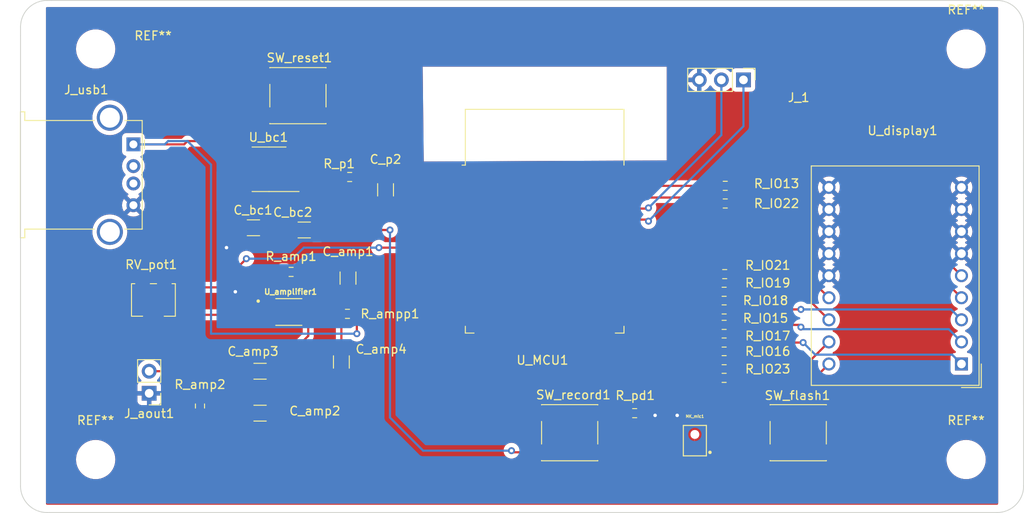
<source format=kicad_pcb>
(kicad_pcb (version 20211014) (generator pcbnew)
  (layers (0 "F.Cu" signal) (31 "B.Cu" signal) (34 "B.Paste" user) (35 "F.Paste" user) (36 "B.SilkS" user "B.Silkscreen") (37 "F.SilkS" user "F.Silkscreen") (38 "B.Mask" user) (39 "F.Mask" user) (44 "Edge.Cuts" user))
  (net 0 "")
  (net 1 "+5V")
  (net 2 "GND")
  (net 3 "+3V3")
  (net 4 "Net-(C_amp1-Pad1)")
  (net 5 "Net-(C_amp1-Pad2)")
  (net 6 "Net-(C_amp2-Pad1)")
  (net 7 "Net-(C_amp2-Pad2)")
  (net 8 "Net-(C_amp3-Pad1)")
  (net 9 "Net-(C_amp4-Pad1)")
  (net 10 "Net-(J_1-Pad1)")
  (net 11 "Net-(J_1-Pad2)")
  (net 12 "WS")
  (net 14 "SCK")
  (net 15 "audio_in")
  (net 16 "raw_audio_out")
  (net 17 "Net-(R_amp1-Pad1)")
  (net 18 "DIG2_E")
  (net 19 "Net-(R_IO13-Pad2)")
  (net 20 "DIG1_D")
  (net 21 "Net-(R_IO15-Pad2)")
  (net 22 "DIG1_F")
  (net 23 "Net-(R_IO16-Pad2)")
  (net 24 "DIG1_E")
  (net 25 "Net-(R_IO17-Pad2)")
  (net 26 "DIG1_C")
  (net 27 "Net-(R_IO18-Pad2)")
  (net 28 "DIG1_B")
  (net 29 "DIG1_A")
  (net 30 "Net-(R_IO21-Pad2)")
  (net 31 "DP1")
  (net 32 "Net-(R_IO22-Pad2)")
  (net 33 "DIG1_G")
  (net 34 "Net-(R_IO23-Pad2)")
  (net 35 "Net-(SW_flash1-Pad1)")
  (net 52 "Net-(C_p2-Pad1)")
  (net 56 "Net-(RV_pot1-Pad2)")
  (net 59 "Net-(U_MCU1-Pad31)")
  (net 61 "record")
  (footprint "Button_Switch_SMD:SW_SPST_PTS645" (layer "F.Cu") (at 157.564 150.84 180)
    (fp_text reference "SW_record1" (at -0.424 4.354) (layer "F.SilkS"))
    (fp_text value "SW_Push")
    (pad "1" smd rect locked (at 3.98 -2.25 180) (size 1.55 1.3) (layers "F.Cu" "F.Paste" "F.Mask") (net 3 "+3V3"))
    (pad "1" smd rect locked (at -3.98 -2.25 180) (size 1.55 1.3) (layers "F.Cu" "F.Paste" "F.Mask") (net 3 "+3V3"))
    (pad "2" smd rect locked (at 3.98 2.25 180) (size 1.55 1.3) (layers "F.Cu" "F.Paste" "F.Mask") (net 61 "record"))
    (pad "2" smd rect locked (at -3.98 2.25 180) (size 1.55 1.3) (layers "F.Cu" "F.Paste" "F.Mask") (net 61 "record"))
  )
  (footprint "Resistor_SMD:R_0603_1608Metric" (layer "F.Cu") (at 175.388 132.588 180)
    (fp_text reference "R_IO21" (at -4.952 1.016 180) (layer "F.SilkS"))
    (fp_text value "330")
    (pad "1" smd roundrect locked (at -0.825 0 180) (size 0.8 0.95) (layers "F.Cu" "F.Paste" "F.Mask") (net 28 "DIG1_B"))
    (pad "2" smd roundrect locked (at 0.825 0 180) (size 0.8 0.95) (layers "F.Cu" "F.Paste" "F.Mask") (net 30 "Net-(R_IO21-Pad2)"))
  )
  (footprint "Resistor_SMD:R_0603_1608Metric" (layer "F.Cu") (at 132.271 121.412)
    (fp_text reference "R_p1" (at -1.207 -1.524) (layer "F.SilkS"))
    (fp_text value "10k")
    (pad "1" smd roundrect locked (at -0.825 0) (size 0.8 0.95) (layers "F.Cu" "F.Paste" "F.Mask") (net 3 "+3V3"))
    (pad "2" smd roundrect locked (at 0.825 0) (size 0.8 0.95) (layers "F.Cu" "F.Paste" "F.Mask") (net 52 "Net-(C_p2-Pad1)"))
  )
  (footprint "MountingHole:MountingHole_3.5mm" (layer "F.Cu") (at 103.069 106.68)
    (fp_text reference "REF**" (at 6.604 -1.524) (layer "F.SilkS"))
    (fp_text value "MountingHole_3.5mm")
    (pad "" np_thru_hole circle locked (at 0 0) (size 3.5 3.5) (drill 3.5) (layers *.Cu *.Mask))
  )
  (footprint "Capacitor_SMD:C_1206_3216Metric" (layer "F.Cu") (at 132.08 133.047 90)
    (fp_text reference "C_amp1" (at 3.048 0 180) (layer "F.SilkS"))
    (fp_text value "10 uF")
    (pad "1" smd roundrect locked (at -1.475 0 90) (size 1.15 1.8) (layers "F.Cu" "F.Paste" "F.Mask") (roundrect_rratio 0.2173913043) (net 4 "Net-(C_amp1-Pad1)"))
    (pad "2" smd roundrect locked (at 1.475 0 90) (size 1.15 1.8) (layers "F.Cu" "F.Paste" "F.Mask") (roundrect_rratio 0.2173913043) (net 5 "Net-(C_amp1-Pad2)"))
  )
  (footprint "Capacitor_SMD:C_1206_3216Metric" (layer "F.Cu") (at 127.049 127.508 180)
    (fp_text reference "C_bc2" (at 1.319 2.032) (layer "F.SilkS"))
    (fp_text value "0.01 uF")
    (pad "1" smd roundrect locked (at -1.475 0 180) (size 1.15 1.8) (layers "F.Cu" "F.Paste" "F.Mask") (roundrect_rratio 0.2173913043) (net 3 "+3V3"))
    (pad "2" smd roundrect locked (at 1.475 0 180) (size 1.15 1.8) (layers "F.Cu" "F.Paste" "F.Mask") (roundrect_rratio 0.2173913043) (net 2 "GND"))
  )
  (footprint "Amplifier_Audio:SOP65P490X110-8N" (layer "F.Cu") (at 125.276 136.946996)
    (fp_text reference "U_amplifier1" (at 0.2 -2.327) (layer "F.SilkS") (effects (font (size 0.64 0.64))))
    (fp_text value "LM386")
    (pad "1" smd roundrect (at -2.15 -0.975) (size 1.47 0.48) (layers "F.Cu" "F.Paste" "F.Mask") (roundrect_rratio 0.06) (net 17 "Net-(R_amp1-Pad1)"))
    (pad "2" smd roundrect (at -2.15 -0.325) (size 1.47 0.48) (layers "F.Cu" "F.Paste" "F.Mask") (roundrect_rratio 0.06) (net 2 "GND"))
    (pad "3" smd roundrect (at -2.15 0.325) (size 1.47 0.48) (layers "F.Cu" "F.Paste" "F.Mask") (roundrect_rratio 0.06) (net 56 "Net-(RV_pot1-Pad2)"))
    (pad "4" smd roundrect (at -2.15 0.975) (size 1.47 0.48) (layers "F.Cu" "F.Paste" "F.Mask") (roundrect_rratio 0.06) (net 2 "GND"))
    (pad "5" smd roundrect (at 2.15 0.975) (size 1.47 0.48) (layers "F.Cu" "F.Paste" "F.Mask") (roundrect_rratio 0.06) (net 6 "Net-(C_amp2-Pad1)"))
    (pad "6" smd roundrect (at 2.15 0.325) (size 1.47 0.48) (layers "F.Cu" "F.Paste" "F.Mask") (roundrect_rratio 0.06) (net 9 "Net-(C_amp4-Pad1)"))
    (pad "7" smd roundrect (at 2.15 -0.325) (size 1.47 0.48) (layers "F.Cu" "F.Paste" "F.Mask") (roundrect_rratio 0.06))
    (pad "8" smd roundrect (at 2.15 -0.975) (size 1.47 0.48) (layers "F.Cu" "F.Paste" "F.Mask") (roundrect_rratio 0.06) (net 4 "Net-(C_amp1-Pad1)"))
  )
  (footprint "Capacitor_SMD:C_1206_3216Metric" (layer "F.Cu") (at 121.207 127.254)
    (fp_text reference "C_bc1" (at -0.049 -2.032) (layer "F.SilkS"))
    (fp_text value "0.33 uF")
    (pad "1" smd roundrect locked (at -1.475 0) (size 1.15 1.8) (layers "F.Cu" "F.Paste" "F.Mask") (roundrect_rratio 0.2173913043) (net 1 "+5V"))
    (pad "2" smd roundrect locked (at 1.475 0) (size 1.15 1.8) (layers "F.Cu" "F.Paste" "F.Mask") (roundrect_rratio 0.2173913043) (net 2 "GND"))
  )
  (footprint "Connector_USB:USB_A_Stewart_SS-52100-001_Horizontal" (layer "F.Cu") (at 107.408 117.658 -90)
    (fp_text reference "J_usb1" (at -6.279 5.417 180) (layer "F.SilkS"))
    (fp_text value "USB_A")
    (pad "1" thru_hole rect locked (at 0 0 270) (size 1.6 1.6) (drill 0.92) (layers *.Cu *.Mask) (net 1 "+5V"))
    (pad "2" thru_hole circle locked (at 2.5 0 270) (size 1.6 1.6) (drill 0.92) (layers *.Cu *.Mask))
    (pad "3" thru_hole circle locked (at 4.5 0 270) (size 1.6 1.6) (drill 0.92) (layers *.Cu *.Mask))
    (pad "4" thru_hole circle locked (at 7 0 270) (size 1.6 1.6) (drill 0.92) (layers *.Cu *.Mask) (net 2 "GND"))
    (pad "5" thru_hole circle locked (at -3.07 2.71 270) (size 3 3) (drill 2.3) (layers *.Cu *.Mask))
    (pad "5" thru_hole circle locked (at 10.07 2.71 270) (size 3 3) (drill 2.3) (layers *.Cu *.Mask))
  )
  (footprint "Resistor_SMD:R_0603_1608Metric" (layer "F.Cu") (at 132.017 137.16 180)
    (fp_text reference "R_ampp1" (at -4.889 0 180) (layer "F.SilkS"))
    (fp_text value "10")
    (pad "1" smd roundrect locked (at -0.825 0 180) (size 0.8 0.95) (layers "F.Cu" "F.Paste" "F.Mask") (net 1 "+5V"))
    (pad "2" smd roundrect locked (at 0.825 0 180) (size 0.8 0.95) (layers "F.Cu" "F.Paste" "F.Mask") (net 9 "Net-(C_amp4-Pad1)"))
  )
  (footprint "Capacitor_SMD:C_1206_3216Metric" (layer "F.Cu") (at 121.969 143.764)
    (fp_text reference "C_amp3" (at -0.811 -2.286) (layer "F.SilkS"))
    (fp_text value "220 uF")
    (pad "1" smd roundrect locked (at -1.475 0) (size 1.15 1.8) (layers "F.Cu" "F.Paste" "F.Mask") (roundrect_rratio 0.2173913043) (net 8 "Net-(C_amp3-Pad1)"))
    (pad "2" smd roundrect locked (at 1.475 0) (size 1.15 1.8) (layers "F.Cu" "F.Paste" "F.Mask") (roundrect_rratio 0.2173913043) (net 6 "Net-(C_amp2-Pad1)"))
  )
  (footprint "Capacitor_SMD:C_1206_3216Metric" (layer "F.Cu") (at 136.398 122.887 -90)
    (fp_text reference "C_p2" (at -3.507 0 180) (layer "F.SilkS"))
    (fp_text value "10 uF")
    (pad "1" smd roundrect locked (at -1.475 0 270) (size 1.15 1.8) (layers "F.Cu" "F.Paste" "F.Mask") (roundrect_rratio 0.2173913043) (net 52 "Net-(C_p2-Pad1)"))
    (pad "2" smd roundrect locked (at 1.475 0 270) (size 1.15 1.8) (layers "F.Cu" "F.Paste" "F.Mask") (roundrect_rratio 0.2173913043) (net 2 "GND"))
  )
  (footprint "Resistor_SMD:R_0603_1608Metric" (layer "F.Cu") (at 175.451 124.46 180)
    (fp_text reference "R_IO22" (at -5.905 0 180) (layer "F.SilkS"))
    (fp_text value "330")
    (pad "1" smd roundrect locked (at -0.825 0 180) (size 0.8 0.95) (layers "F.Cu" "F.Paste" "F.Mask") (net 31 "DP1"))
    (pad "2" smd roundrect locked (at 0.825 0 180) (size 0.8 0.95) (layers "F.Cu" "F.Paste" "F.Mask") (net 32 "Net-(R_IO22-Pad2)"))
  )
  (footprint "MountingHole:MountingHole_3.5mm" (layer "F.Cu") (at 203.145 106.68)
    (fp_text reference "REF**" (at 0 -4.5) (layer "F.SilkS"))
    (fp_text value "MountingHole_3.5mm")
    (pad "" np_thru_hole circle locked (at 0 0) (size 3.5 3.5) (drill 3.5) (layers *.Cu *.Mask))
  )
  (footprint "Resistor_SMD:R_0603_1608Metric" (layer "F.Cu") (at 175.451 122.428 180)
    (fp_text reference "R_IO13" (at -5.905 0.254 180) (layer "F.SilkS"))
    (fp_text value "330")
    (pad "1" smd roundrect locked (at -0.825 0 180) (size 0.8 0.95) (layers "F.Cu" "F.Paste" "F.Mask") (net 18 "DIG2_E"))
    (pad "2" smd roundrect locked (at 0.825 0 180) (size 0.8 0.95) (layers "F.Cu" "F.Paste" "F.Mask") (net 19 "Net-(R_IO13-Pad2)"))
  )
  (footprint "Resistor_SMD:R_0603_1608Metric" (layer "F.Cu") (at 175.325 134.62 180)
    (fp_text reference "R_IO19" (at -5.015 1.016 180) (layer "F.SilkS"))
    (fp_text value "330")
    (pad "1" smd roundrect locked (at -0.825 0 180) (size 0.8 0.95) (layers "F.Cu" "F.Paste" "F.Mask") (net 29 "DIG1_A"))
    (pad "2" smd roundrect locked (at 0.825 0 180) (size 0.8 0.95) (layers "F.Cu" "F.Paste" "F.Mask") (net 59 "Net-(U_MCU1-Pad31)"))
  )
  (footprint "Resistor_SMD:R_0603_1608Metric" (layer "F.Cu") (at 175.325 140.462 180)
    (fp_text reference "R_IO17" (at -5.015 0.762 180) (layer "F.SilkS"))
    (fp_text value "330")
    (pad "1" smd roundrect locked (at -0.825 0 180) (size 0.8 0.95) (layers "F.Cu" "F.Paste" "F.Mask") (net 24 "DIG1_E"))
    (pad "2" smd roundrect locked (at 0.825 0 180) (size 0.8 0.95) (layers "F.Cu" "F.Paste" "F.Mask") (net 25 "Net-(R_IO17-Pad2)"))
  )
  (footprint "Sensor_Audio:MIC_ICS-43434" (layer "F.Cu") (at 171.958 151.751 180)
    (fp_text reference "MK_mic1" (at 0 2.794) (layer "F.SilkS") (effects (font (size 0.320842 0.320842))))
    (fp_text value "ICS-43434")
    (pad "" np_thru_hole circle (at 0 0.713 180) (size 0.5 0.5) (drill 0.5) (layers *.Cu *.Mask))
    (pad "1" smd rect (at -0.9 -1.361 180) (size 0.6 0.522) (layers "F.Cu" "F.Mask") (net 12 "WS"))
    (pad "2" smd rect (at -0.9 -0.539 180) (size 0.6 0.522) (layers "F.Cu" "F.Mask"))
    (pad "3" smd custom (at -0.0155 1.383 180) (size 0.1 0.1) (layers "F.Cu") (net 2 "GND") (options (clearance outline) (anchor rect)) (primitives (gr_poly (pts (xy 0.0765 -1.482) (xy 0.1185 -1.479) (xy 0.1595 -1.473) (xy 0.1995 -1.466) (xy 0.2395 -1.456) (xy 0.2795 -1.444) (xy 0.3185 -1.431) (xy 0.3565 -1.415) (xy 0.3945 -1.397) (xy 0.4305 -1.377) (xy 0.4655 -1.356) (xy 0.4995 -1.332) (xy 0.5325 -1.307) (xy 0.5645 -1.28) (xy 0.5945 -1.252) (xy 0.6225 -1.222) (xy 0.6495 -1.19) (xy 0.6745 -1.157) (xy 0.6985 -1.123) (xy 0.7195 -1.088) (xy 0.7395 -1.052) (xy 0.7575 -1.014) (xy 0.7735 -0.976) (xy 0.7865 -0.937) (xy 0.7985 -0.897) (xy 0.8085 -0.857) (xy 0.8155 -0.817) (xy 0.8215 -0.776) (xy 0.8245 -0.734) (xy 0.8255 -0.693) (xy 0.8255 -0.663) (xy 0.8245 -0.621) (xy 0.8215 -0.578) (xy 0.8155 -0.536) (xy 0.8075 -0.495) (xy 0.7975 -0.453) (xy 0.7855 -0.413) (xy 0.7715 -0.373) (xy 0.7555 -0.334) (xy 0.7375 -0.295) (xy 0.7165 -0.258) (xy 0.6945 -0.222) (xy 0.6705 -0.187) (xy 0.6445 -0.153) (xy 0.6175 -0.121) (xy 0.5885 -0.09) (xy 0.5575 -0.061) (xy 0.5255 -0.034) (xy 0.4915 -0.008) (xy 0.4565 0.016) (xy 0.4205 0.038) (xy 0.3835 0.059) (xy 0.3445 0.077) (xy 0.3055 0.093) (xy 0.2655 0.107) (xy 0.2255 0.119) (xy 0.1835 0.129) (xy 0.1425 0.137) (xy 0.1005 0.143) (xy 0.0575 0.146) (xy 0.0155 0.147) (xy 0.0055 0.147) (xy -0.0365 0.146) (xy -0.0785 0.143) (xy -0.1195 0.137) (xy -0.1605 0.13) (xy -0.2015 0.12) (xy -0.2415 0.108) (xy -0.2815 0.094) (xy -0.3195 0.078) (xy -0.3575 0.06) (xy -0.3945 0.04) (xy -0.4305 0.018) (xy -0.4645 -0.006) (xy -0.4975 -0.031) (xy -0.5295 -0.058) (xy -0.5605 -0.087) (xy -0.5895 -0.118) (xy -0.6165 -0.15) (xy -0.6415 -0.183) (xy -0.6655 -0.217) (xy -0.6875 -0.253) (xy -0.7075 -0.29) (xy -0.7255 -0.328) (xy -0.7415 -0.366) (xy -0.7555 -0.406) (xy -0.7675 -0.446) (xy -0.7775 -0.487) (xy -0.7845 -0.528) (xy -0.7905 -0.569) (xy -0.7935 -0.611) (xy -0.7945 -0.653) (xy -0.7945 -0.683) (xy -0.7935 -0.725) (xy -0.7905 -0.767) (xy -0.7845 -0.808) (xy -0.7775 -0.849) (xy -0.7675 -0.89) (xy -0.7555 -0.93) (xy -0.7415 -0.97) (xy -0.7255 -1.008) (xy -0.7075 -1.046) (xy -0.6875 -1.083) (xy -0.6655 -1.119) (xy -0.6415 -1.153) (xy -0.6165 -1.186) (xy -0.5895 -1.218) (xy -0.5605 -1.249) (xy -0.5295 -1.278) (xy -0.4975 -1.305) (xy -0.4645 -1.33) (xy -0.4305 -1.354) (xy -0.3945 -1.376) (xy -0.3575 -1.396) (xy -0.3195 -1.414) (xy -0.2815 -1.43) (xy -0.2415 -1.444) (xy -0.2015 -1.456) (xy -0.1605 -1.466) (xy -0.1195 -1.473) (xy -0.0785 -1.479) (xy -0.0365 -1.482) (xy 0.0055 -1.483) (xy 0.0055 -1.183) (xy -0.0205 -1.182) (xy -0.0465 -1.18) (xy -0.0725 -1.177) (xy -0.0985 -1.172) (xy -0.1235 -1.166) (xy -0.1495 -1.159) (xy -0.1735 -1.15) (xy -0.1975 -1.14) (xy -0.2215 -1.129) (xy -0.2445 -1.116) (xy -0.2885 -1.088) (xy -0.3095 -1.072) (xy -0.3295 -1.055) (xy -0.3485 -1.037) (xy -0.3665 -1.018) (xy -0.3835 -0.998) (xy -0.3995 -0.977) (xy -0.4275 -0.933) (xy -0.4405 -0.91) (xy -0.4515 -0.886) (xy -0.4615 -0.862) (xy -0.4705 -0.838) (xy -0.4775 -0.812) (xy -0.4835 -0.787) (xy -0.4885 -0.761) (xy -0.4915 -0.735) (xy -0.4935 -0.709) (xy -0.4945 -0.683) (xy -0.4945 -0.663) (xy -0.4935 -0.636) (xy -0.4915 -0.61) (xy -0.4885 -0.583) (xy -0.4835 -0.557) (xy -0.4775 -0.531) (xy -0.4695 -0.505) (xy -0.4605 -0.48) (xy -0.4505 -0.456) (xy -0.4385 -0.431) (xy -0.4265 -0.408) (xy -0.4125 -0.385) (xy -0.3975 -0.363) (xy -0.3805 -0.342) (xy -0.3635 -0.322) (xy -0.3455 -0.302) (xy -0.3255 -0.284) (xy -0.3055 -0.267) (xy -0.2845 -0.25) (xy -0.2625 -0.235) (xy -0.2395 -0.221) (xy -0.2165 -0.209) (xy -0.1915 -0.197) (xy -0.1675 -0.187) (xy -0.1425 -0.178) (xy -0.1165 -0.17) (xy -0.0905 -0.164) (xy -0.0645 -0.159) (xy -0.0375 -0.156) (xy -0.0115 -0.154) (xy 0.0155 -0.153) (xy 0.0255 -0.153) (xy 0.0515 -0.154) (xy 0.0775 -0.156) (xy 0.1035 -0.159) (xy 0.1295 -0.164) (xy 0.1545 -0.17) (xy 0.1805 -0.177) (xy 0.2045 -0.186) (xy 0.2285 -0.196) (xy 0.2525 -0.207) (xy 0.2755 -0.22) (xy 0.3195 -0.248) (xy 0.3405 -0.264) (xy 0.3605 -0.281) (xy 0.3795 -0.299) (xy 0.3975 -0.318) (xy 0.4145 -0.338) (xy 0.4305 -0.359) (xy 0.4585 -0.403) (xy 0.4715 -0.426) (xy 0.4825 -0.45) (xy 0.4925 -0.474) (xy 0.5015 -0.498) (xy 0.5085 -0.524) (xy 0.5145 -0.549) (xy 0.5195 -0.575) (xy 0.5225 -0.601) (xy 0.5245 -0.627) (xy 0.5255 -0.653) (xy 0.5255 -0.683) (xy 0.5245 -0.709) (xy 0.5225 -0.735) (xy 0.5195 -0.761) (xy 0.5145 -0.787) (xy 0.5085 -0.812) (xy 0.5015 -0.838) (xy 0.4925 -0.862) (xy 0.4825 -0.886) (xy 0.4715 -0.91) (xy 0.4585 -0.933) (xy 0.4305 -0.977) (xy 0.4145 -0.998) (xy 0.3975 -1.018) (xy 0.3795 -1.037) (xy 0.3605 -1.055) (xy 0.3405 -1.072) (xy 0.3195 -1.088) (xy 0.2755 -1.116) (xy 0.2525 -1.129) (xy 0.2285 -1.14) (xy 0.2045 -1.15) (xy 0.1805 -1.159) (xy 0.1545 -1.166) (xy 0.1295 -1.172) (xy 0.1035 -1.177) (xy 0.0775 -1.18) (xy 0.0515 -1.182) (xy 0.0255 -1.183) (xy 0.0255 -1.483) (xy 0.0355 -1.483)) (width 0.001) (fill yes))))
    (pad "4" smd rect (at 0.9 -0.539 180) (size 0.6 0.522) (layers "F.Cu" "F.Mask") (net 14 "SCK"))
    (pad "5" smd rect (at 0.9 -1.361 180) (size 0.6 0.522) (layers "F.Cu" "F.Mask") (net 3 "+3V3"))
    (pad "6" smd rect (at 0 -1.361 180) (size 0.6 0.522) (layers "F.Cu" "F.Mask") (net 15 "audio_in"))
  )
  (footprint "Display_7Segment:DA56-11SURKWA" (layer "F.Cu") (at 202.6095 142.9295 180)
    (fp_text reference "U_display1" (at 6.7755 26.8515) (layer "F.SilkS"))
    (fp_text value "DA56-11EWA")
    (pad "1" thru_hole rect locked (at 0 0 180) (size 1.5 1.5) (drill 1) (layers *.Cu *.Mask) (net 24 "DIG1_E"))
    (pad "2" thru_hole circle locked (at 0 2.54 180) (size 1.5 1.5) (drill 1) (layers *.Cu *.Mask) (net 20 "DIG1_D"))
    (pad "3" thru_hole circle locked (at 0 5.08 180) (size 1.5 1.5) (drill 1) (layers *.Cu *.Mask) (net 26 "DIG1_C"))
    (pad "4" thru_hole circle locked (at 0 7.62 180) (size 1.5 1.5) (drill 1) (layers *.Cu *.Mask) (net 31 "DP1"))
    (pad "5" thru_hole circle locked (at 0 10.16 180) (size 1.5 1.5) (drill 1) (layers *.Cu *.Mask) (net 18 "DIG2_E"))
    (pad "6" thru_hole circle locked (at 0 12.7 180) (size 1.5 1.5) (drill 1) (layers *.Cu *.Mask) (net 2 "GND"))
    (pad "7" thru_hole circle locked (at 0 15.24 180) (size 1.5 1.5) (drill 1) (layers *.Cu *.Mask) (net 2 "GND"))
    (pad "8" thru_hole circle locked (at 0 17.78 180) (size 1.5 1.5) (drill 1) (layers *.Cu *.Mask) (net 2 "GND"))
    (pad "9" thru_hole circle locked (at 0 20.32 180) (size 1.5 1.5) (drill 1) (layers *.Cu *.Mask) (net 2 "GND"))
    (pad "10" thru_hole circle locked (at 15.24 20.32 180) (size 1.5 1.5) (drill 1) (layers *.Cu *.Mask) (net 2 "GND"))
    (pad "11" thru_hole circle locked (at 15.24 17.78 180) (size 1.5 1.5) (drill 1) (layers *.Cu *.Mask) (net 2 "GND"))
    (pad "12" thru_hole circle locked (at 15.24 15.24 180) (size 1.5 1.5) (drill 1) (layers *.Cu *.Mask) (net 2 "GND"))
    (pad "13" thru_hole circle locked (at 15.24 12.7 180) (size 1.5 1.5) (drill 1) (layers *.Cu *.Mask) (net 2 "GND"))
    (pad "14" thru_hole circle locked (at 15.24 10.16 180) (size 1.5 1.5) (drill 1) (layers *.Cu *.Mask) (net 2 "GND"))
    (pad "15" thru_hole circle locked (at 15.24 7.62 180) (size 1.5 1.5) (drill 1) (layers *.Cu *.Mask) (net 28 "DIG1_B"))
    (pad "16" thru_hole circle locked (at 15.24 5.08 180) (size 1.5 1.5) (drill 1) (layers *.Cu *.Mask) (net 29 "DIG1_A"))
    (pad "17" thru_hole circle locked (at 15.24 2.54 180) (size 1.5 1.5) (drill 1) (layers *.Cu *.Mask) (net 33 "DIG1_G"))
    (pad "18" thru_hole circle locked (at 15.24 0 180) (size 1.5 1.5) (drill 1) (layers *.Cu *.Mask) (net 22 "DIG1_F"))
  )
  (footprint "MountingHole:MountingHole_3.5mm" (layer "F.Cu") (at 203.145 153.924)
    (fp_text reference "REF**" (at 0 -4.5) (layer "F.SilkS"))
    (fp_text value "MountingHole_3.5mm")
    (pad "" np_thru_hole circle locked (at 0 0) (size 3.5 3.5) (drill 3.5) (layers *.Cu *.Mask))
  )
  (footprint "Potentiometer_SMD:Potentiometer_Bourns_3214W_Vertical" (layer "F.Cu") (at 109.708 135.562)
    (fp_text reference "RV_pot1" (at -0.254 -4.064) (layer "F.SilkS"))
    (fp_text value "10k")
    (pad "1" smd rect locked (at 1.25 -1.45) (size 1.3 1.6) (layers "F.Cu" "F.Paste" "F.Mask") (net 16 "raw_audio_out"))
    (pad "2" smd rect locked (at 0 1.45) (size 2 1.6) (layers "F.Cu" "F.Paste" "F.Mask") (net 56 "Net-(RV_pot1-Pad2)"))
    (pad "3" smd rect locked (at -1.25 -1.45) (size 1.3 1.6) (layers "F.Cu" "F.Paste" "F.Mask") (net 2 "GND"))
  )
  (footprint "Connector_PinHeader_2.54mm:PinHeader_1x02_P2.54mm_Vertical" (layer "F.Cu") (at 109.22 146.304 180)
    (fp_text reference "J_aout1" (at 0 -2.33) (layer "F.SilkS"))
    (fp_text value "Conn_01x02_Male")
    (pad "1" thru_hole rect locked (at 0 0 180) (size 1.7 1.7) (drill 1) (layers *.Cu *.Mask) (net 2 "GND"))
    (pad "2" thru_hole oval locked (at 0 2.54 180) (size 1.7 1.7) (drill 1) (layers *.Cu *.Mask) (net 8 "Net-(C_amp3-Pad1)"))
  )
  (footprint "Resistor_SMD:R_0603_1608Metric" (layer "F.Cu") (at 175.325 142.494 180)
    (fp_text reference "R_IO16" (at -5.015 1.016 180) (layer "F.SilkS"))
    (fp_text value "330")
    (pad "1" smd roundrect locked (at -0.825 0 180) (size 0.8 0.95) (layers "F.Cu" "F.Paste" "F.Mask") (net 33 "DIG1_G"))
    (pad "2" smd roundrect locked (at 0.825 0 180) (size 0.8 0.95) (layers "F.Cu" "F.Paste" "F.Mask") (net 23 "Net-(R_IO16-Pad2)"))
  )
  (footprint "Resistor_SMD:R_0603_1608Metric" (layer "F.Cu") (at 175.325 136.652 180)
    (fp_text reference "R_IO18" (at -4.761 1.016 180) (layer "F.SilkS"))
    (fp_text value "330")
    (pad "1" smd roundrect locked (at -0.825 0 180) (size 0.8 0.95) (layers "F.Cu" "F.Paste" "F.Mask") (net 26 "DIG1_C"))
    (pad "2" smd roundrect locked (at 0.825 0 180) (size 0.8 0.95) (layers "F.Cu" "F.Paste" "F.Mask") (net 27 "Net-(R_IO18-Pad2)"))
  )
  (footprint "Capacitor_SMD:C_1206_3216Metric" (layer "F.Cu") (at 121.969 148.59 180)
    (fp_text reference "C_amp2" (at -6.301 0.254) (layer "F.SilkS"))
    (fp_text value "0.05 uF")
    (pad "1" smd roundrect locked (at -1.475 0 180) (size 1.15 1.8) (layers "F.Cu" "F.Paste" "F.Mask") (roundrect_rratio 0.2173913043) (net 6 "Net-(C_amp2-Pad1)"))
    (pad "2" smd roundrect locked (at 1.475 0 180) (size 1.15 1.8) (layers "F.Cu" "F.Paste" "F.Mask") (roundrect_rratio 0.2173913043) (net 7 "Net-(C_amp2-Pad2)"))
  )
  (footprint "Resistor_SMD:R_0603_1608Metric" (layer "F.Cu") (at 165.037 148.59)
    (fp_text reference "R_pd1" (at 0.063 -2.032) (layer "F.SilkS"))
    (fp_text value "10k")
    (pad "1" smd roundrect locked (at -0.825 0) (size 0.8 0.95) (layers "F.Cu" "F.Paste" "F.Mask") (net 61 "record"))
    (pad "2" smd roundrect locked (at 0.825 0) (size 0.8 0.95) (layers "F.Cu" "F.Paste" "F.Mask") (net 2 "GND"))
  )
  (footprint "Capacitor_SMD:C_1206_3216Metric" (layer "F.Cu") (at 131.318 142.699 -90)
    (fp_text reference "C_amp4" (at -1.475 -4.572 180) (layer "F.SilkS"))
    (fp_text value "220 uF")
    (pad "1" smd roundrect locked (at -1.475 0 270) (size 1.15 1.8) (layers "F.Cu" "F.Paste" "F.Mask") (roundrect_rratio 0.2173913043) (net 9 "Net-(C_amp4-Pad1)"))
    (pad "2" smd roundrect locked (at 1.475 0 270) (size 1.15 1.8) (layers "F.Cu" "F.Paste" "F.Mask") (roundrect_rratio 0.2173913043) (net 2 "GND"))
  )
  (footprint "Resistor_SMD:R_0603_1608Metric" (layer "F.Cu") (at 175.325 138.43 180)
    (fp_text reference "R_IO15" (at -4.761 0.762 180) (layer "F.SilkS"))
    (fp_text value "330")
    (pad "1" smd roundrect locked (at -0.825 0 180) (size 0.8 0.95) (layers "F.Cu" "F.Paste" "F.Mask") (net 20 "DIG1_D"))
    (pad "2" smd roundrect locked (at 0.825 0 180) (size 0.8 0.95) (layers "F.Cu" "F.Paste" "F.Mask") (net 21 "Net-(R_IO15-Pad2)"))
  )
  (footprint "MountingHole:MountingHole_3.5mm" (layer "F.Cu") (at 103.069 153.924)
    (fp_text reference "REF**" (at 0 -4.5) (layer "F.SilkS"))
    (fp_text value "MountingHole_3.5mm")
    (pad "" np_thru_hole circle locked (at 0 0) (size 3.5 3.5) (drill 3.5) (layers *.Cu *.Mask))
  )
  (footprint "RF_Module:ESP32-WROOM-32" (layer "F.Cu") (at 154.69 129.49)
    (fp_text reference "U_MCU1" (at -0.258 13.004 180) (layer "F.SilkS"))
    (fp_text value "ESP32-WROOM-32")
    (pad "1" smd rect locked (at -8.5 -8.255) (size 2 0.9) (layers "F.Cu" "F.Paste" "F.Mask") (net 2 "GND"))
    (pad "2" smd rect locked (at -8.5 -6.985) (size 2 0.9) (layers "F.Cu" "F.Paste" "F.Mask") (net 1 "+5V"))
    (pad "3" smd rect locked (at -8.5 -5.715) (size 2 0.9) (layers "F.Cu" "F.Paste" "F.Mask") (net 52 "Net-(C_p2-Pad1)"))
    (pad "4" smd rect locked (at -8.5 -4.445) (size 2 0.9) (layers "F.Cu" "F.Paste" "F.Mask"))
    (pad "5" smd rect locked (at -8.5 -3.175) (size 2 0.9) (layers "F.Cu" "F.Paste" "F.Mask"))
    (pad "6" smd rect locked (at -8.5 -1.905) (size 2 0.9) (layers "F.Cu" "F.Paste" "F.Mask"))
    (pad "7" smd rect locked (at -8.5 -0.635) (size 2 0.9) (layers "F.Cu" "F.Paste" "F.Mask"))
    (pad "8" smd rect locked (at -8.5 0.635) (size 2 0.9) (layers "F.Cu" "F.Paste" "F.Mask"))
    (pad "9" smd rect locked (at -8.5 1.905) (size 2 0.9) (layers "F.Cu" "F.Paste" "F.Mask"))
    (pad "10" smd rect locked (at -8.5 3.175) (size 2 0.9) (layers "F.Cu" "F.Paste" "F.Mask") (net 16 "raw_audio_out"))
    (pad "11" smd rect locked (at -8.5 4.445) (size 2 0.9) (layers "F.Cu" "F.Paste" "F.Mask") (net 61 "record"))
    (pad "12" smd rect locked (at -8.5 5.715) (size 2 0.9) (layers "F.Cu" "F.Paste" "F.Mask") (net 14 "SCK"))
    (pad "13" smd rect locked (at -8.5 6.985) (size 2 0.9) (layers "F.Cu" "F.Paste" "F.Mask") (net 12 "WS"))
    (pad "14" smd rect locked (at -8.5 8.255) (size 2 0.9) (layers "F.Cu" "F.Paste" "F.Mask") (net 15 "audio_in"))
    (pad "15" smd rect locked (at -5.715 9.255 90) (size 2 0.9) (layers "F.Cu" "F.Paste" "F.Mask") (net 2 "GND"))
    (pad "16" smd rect locked (at -4.445 9.255 90) (size 2 0.9) (layers "F.Cu" "F.Paste" "F.Mask"))
    (pad "17" smd rect locked (at -3.175 9.255 90) (size 2 0.9) (layers "F.Cu" "F.Paste" "F.Mask"))
    (pad "18" smd rect locked (at -1.905 9.255 90) (size 2 0.9) (layers "F.Cu" "F.Paste" "F.Mask"))
    (pad "19" smd rect locked (at -0.635 9.255 90) (size 2 0.9) (layers "F.Cu" "F.Paste" "F.Mask"))
    (pad "20" smd rect locked (at 0.635 9.255 90) (size 2 0.9) (layers "F.Cu" "F.Paste" "F.Mask"))
    (pad "21" smd rect locked (at 1.905 9.255 90) (size 2 0.9) (layers "F.Cu" "F.Paste" "F.Mask"))
    (pad "22" smd rect locked (at 3.175 9.255 90) (size 2 0.9) (layers "F.Cu" "F.Paste" "F.Mask"))
    (pad "23" smd rect locked (at 4.445 9.255 90) (size 2 0.9) (layers "F.Cu" "F.Paste" "F.Mask"))
    (pad "24" smd rect locked (at 5.715 9.255 90) (size 2 0.9) (layers "F.Cu" "F.Paste" "F.Mask"))
    (pad "25" smd rect locked (at 8.5 8.255) (size 2 0.9) (layers "F.Cu" "F.Paste" "F.Mask") (net 35 "Net-(SW_flash1-Pad1)"))
    (pad "26" smd rect locked (at 8.5 6.985) (size 2 0.9) (layers "F.Cu" "F.Paste" "F.Mask") (net 34 "Net-(R_IO23-Pad2)"))
    (pad "27" smd rect locked (at 8.5 5.715) (size 2 0.9) (layers "F.Cu" "F.Paste" "F.Mask") (net 23 "Net-(R_IO16-Pad2)"))
    (pad "28" smd rect locked (at 8.5 4.445) (size 2 0.9) (layers "F.Cu" "F.Paste" "F.Mask") (net 25 "Net-(R_IO17-Pad2)"))
    (pad "29" smd rect locked (at 8.5 3.175) (size 2 0.9) (layers "F.Cu" "F.Paste" "F.Mask") (net 21 "Net-(R_IO15-Pad2)"))
    (pad "30" smd rect locked (at 8.5 1.905) (size 2 0.9) (layers "F.Cu" "F.Paste" "F.Mask") (net 27 "Net-(R_IO18-Pad2)"))
    (pad "31" smd rect locked (at 8.5 0.635) (size 2 0.9) (layers "F.Cu" "F.Paste" "F.Mask") (net 59 "Net-(U_MCU1-Pad31)"))
    (pad "32" smd rect locked (at 8.5 -0.635) (size 2 0.9) (layers "F.Cu" "F.Paste" "F.Mask"))
    (pad "33" smd rect locked (at 8.5 -1.905) (size 2 0.9) (layers "F.Cu" "F.Paste" "F.Mask") (net 30 "Net-(R_IO21-Pad2)"))
    (pad "34" smd rect locked (at 8.5 -3.175) (size 2 0.9) (layers "F.Cu" "F.Paste" "F.Mask") (net 10 "Net-(J_1-Pad1)"))
    (pad "35" smd rect locked (at 8.5 -4.445) (size 2 0.9) (layers "F.Cu" "F.Paste" "F.Mask") (net 11 "Net-(J_1-Pad2)"))
    (pad "36" smd rect locked (at 8.5 -5.715) (size 2 0.9) (layers "F.Cu" "F.Paste" "F.Mask") (net 32 "Net-(R_IO22-Pad2)"))
    (pad "37" smd rect locked (at 8.5 -6.985) (size 2 0.9) (layers "F.Cu" "F.Paste" "F.Mask") (net 19 "Net-(R_IO13-Pad2)"))
    (pad "38" smd rect locked (at 8.5 -8.255) (size 2 0.9) (layers "F.Cu" "F.Paste" "F.Mask") (net 2 "GND"))
    (pad "39" smd rect locked (at -1 -0.755) (size 5 5) (layers "F.Cu" "F.Paste" "F.Mask") (net 2 "GND"))
  )
  (footprint "Connector_PinHeader_2.54mm:PinHeader_1x03_P2.54mm_Vertical" (layer "F.Cu") (at 177.546 110.236 -90)
    (fp_text reference "J_1" (at 2.032 -6.35 180) (layer "F.SilkS"))
    (fp_text value "Conn_01x03_Male")
    (pad "1" thru_hole rect locked (at 0 0 270) (size 1.7 1.7) (drill 1) (layers *.Cu *.Mask) (net 10 "Net-(J_1-Pad1)"))
    (pad "2" thru_hole oval locked (at 0 2.54 270) (size 1.7 1.7) (drill 1) (layers *.Cu *.Mask) (net 11 "Net-(J_1-Pad2)"))
    (pad "3" thru_hole oval locked (at 0 5.08 270) (size 1.7 1.7) (drill 1) (layers *.Cu *.Mask) (net 2 "GND"))
  )
  (footprint "Button_Switch_SMD:SW_SPST_PTS645" (layer "F.Cu") (at 183.841 150.84)
    (fp_text reference "SW_flash1" (at -0.084 -4.282) (layer "F.SilkS"))
    (fp_text value "SW_Push")
    (pad "1" smd rect locked (at 3.98 -2.25) (size 1.55 1.3) (layers "F.Cu" "F.Paste" "F.Mask") (net 35 "Net-(SW_flash1-Pad1)"))
    (pad "1" smd rect locked (at -3.98 -2.25) (size 1.55 1.3) (layers "F.Cu" "F.Paste" "F.Mask") (net 35 "Net-(SW_flash1-Pad1)"))
    (pad "2" smd rect locked (at -3.98 2.25) (size 1.55 1.3) (layers "F.Cu" "F.Paste" "F.Mask") (net 2 "GND"))
    (pad "2" smd rect locked (at 3.98 2.25) (size 1.55 1.3) (layers "F.Cu" "F.Paste" "F.Mask") (net 2 "GND"))
  )
  (footprint "Button_Switch_SMD:SW_SPST_PTS645" (layer "F.Cu") (at 126.322 112.05 180)
    (fp_text reference "SW_reset1" (at -0.17 4.354) (layer "F.SilkS"))
    (fp_text value "SW_Push")
    (pad "1" smd rect locked (at 3.98 -2.25 180) (size 1.55 1.3) (layers "F.Cu" "F.Paste" "F.Mask") (net 52 "Net-(C_p2-Pad1)"))
    (pad "1" smd rect locked (at -3.98 -2.25 180) (size 1.55 1.3) (layers "F.Cu" "F.Paste" "F.Mask") (net 52 "Net-(C_p2-Pad1)"))
    (pad "2" smd rect locked (at -3.98 2.25 180) (size 1.55 1.3) (layers "F.Cu" "F.Paste" "F.Mask") (net 2 "GND"))
    (pad "2" smd rect locked (at 3.98 2.25 180) (size 1.55 1.3) (layers "F.Cu" "F.Paste" "F.Mask") (net 2 "GND"))
  )
  (footprint "Resistor_SMD:R_0603_1608Metric" (layer "F.Cu") (at 115.062 147.765 90)
    (fp_text reference "R_amp2" (at 2.477 0 180) (layer "F.SilkS"))
    (fp_text value "10")
    (pad "1" smd roundrect locked (at -0.825 0 90) (size 0.8 0.95) (layers "F.Cu" "F.Paste" "F.Mask") (net 7 "Net-(C_amp2-Pad2)"))
    (pad "2" smd roundrect locked (at 0.825 0 90) (size 0.8 0.95) (layers "F.Cu" "F.Paste" "F.Mask") (net 2 "GND"))
  )
  (footprint "Resistor_SMD:R_0603_1608Metric" (layer "F.Cu") (at 125.539 132.334)
    (fp_text reference "R_amp1" (at 0 -1.778) (layer "F.SilkS"))
    (fp_text value "1K")
    (pad "1" smd roundrect locked (at -0.825 0) (size 0.8 0.95) (layers "F.Cu" "F.Paste" "F.Mask") (net 17 "Net-(R_amp1-Pad1)"))
    (pad "2" smd roundrect locked (at 0.825 0) (size 0.8 0.95) (layers "F.Cu" "F.Paste" "F.Mask") (net 5 "Net-(C_amp1-Pad2)"))
  )
  (footprint "Package_SO:SOIC-8_3.9x4.9mm_P1.27mm" (layer "F.Cu") (at 123.001 120.523 180)
    (fp_text reference "U_bc1" (at 0.065 3.683) (layer "F.SilkS"))
    (fp_text value "L78L33_SO8")
    (pad "1" smd roundrect locked (at -2.475 -1.905 180) (size 1.95 0.6) (layers "F.Cu" "F.Paste" "F.Mask") (net 3 "+3V3"))
    (pad "2" smd roundrect locked (at -2.475 -0.635 180) (size 1.95 0.6) (layers "F.Cu" "F.Paste" "F.Mask") (net 2 "GND"))
    (pad "3" smd roundrect locked (at -2.475 0.635 180) (size 1.95 0.6) (layers "F.Cu" "F.Paste" "F.Mask") (net 2 "GND"))
    (pad "4" smd roundrect locked (at -2.475 1.905 180) (size 1.95 0.6) (layers "F.Cu" "F.Paste" "F.Mask"))
    (pad "5" smd roundrect locked (at 2.475 1.905 180) (size 1.95 0.6) (layers "F.Cu" "F.Paste" "F.Mask"))
    (pad "6" smd roundrect locked (at 2.475 0.635 180) (size 1.95 0.6) (layers "F.Cu" "F.Paste" "F.Mask") (net 2 "GND"))
    (pad "7" smd roundrect locked (at 2.475 -0.635 180) (size 1.95 0.6) (layers "F.Cu" "F.Paste" "F.Mask") (net 2 "GND"))
    (pad "8" smd roundrect locked (at 2.475 -1.905 180) (size 1.95 0.6) (layers "F.Cu" "F.Paste" "F.Mask") (net 1 "+5V"))
  )
  (footprint "Resistor_SMD:R_0603_1608Metric" (layer "F.Cu") (at 175.323 144.526 180)
    (fp_text reference "R_IO23" (at -5.017 1.016) (layer "F.SilkS"))
    (fp_text value "330")
    (pad "1" smd roundrect locked (at -0.825 0 180) (size 0.8 0.95) (layers "F.Cu" "F.Paste" "F.Mask") (net 22 "DIG1_F"))
    (pad "2" smd roundrect locked (at 0.825 0 180) (size 0.8 0.95) (layers "F.Cu" "F.Paste" "F.Mask") (net 34 "Net-(R_IO23-Pad2)"))
  )
  (gr_line (start 94.433 105.156) (end 94.429261 156.975739) (layer "Edge.Cuts") (width 0.1))
  (gr_arc (start 209.752739 156.975739) (mid 208.86 159.131) (end 206.704739 160.023739) (layer "Edge.Cuts") (width 0.1))
  (gr_arc (start 94.433 104.14) (mid 95.325739 101.984739) (end 97.481 101.092) (layer "Edge.Cuts") (width 0.1))
  (gr_arc (start 97.477261 160.023739) (mid 95.322 159.131) (end 94.429261 156.975739) (layer "Edge.Cuts") (width 0.1))
  (gr_line (start 206.701 101.092) (end 97.989 101.092) (layer "Edge.Cuts") (width 0.1))
  (gr_line (start 209.752739 156.975739) (end 209.749 104.14) (layer "Edge.Cuts") (width 0.1))
  (gr_line (start 97.477261 160.023739) (end 206.704739 160.023739) (layer "Edge.Cuts") (width 0.1))
  (gr_line (start 94.433 105.156) (end 94.433 104.14) (layer "Edge.Cuts") (width 0.1))
  (gr_line (start 97.481 101.092) (end 97.989 101.092) (layer "Edge.Cuts") (width 0.1))
  (gr_arc (start 206.701 101.092) (mid 208.856261 101.984739) (end 209.749 104.14) (layer "Edge.Cuts") (width 0.1))
  (segment (start 119.551001 122.428) (end 117.856 120.732999) (width 0.25) (layer "F.Cu") (net 1))
  (segment (start 117.602 120.986999) (end 117.856 120.732999) (width 0.25) (layer "F.Cu") (net 1))
  (segment (start 139.192 120.142) (end 141.555 122.505) (width 0.25) (layer "F.Cu") (net 1))
  (segment (start 135.382 106.172) (end 139.192 109.982) (width 0.25) (layer "F.Cu") (net 1))
  (segment (start 116.657 117.277) (end 113.621 117.277) (width 0.25) (layer "F.Cu") (net 1))
  (segment (start 141.555 122.505) (end 146.19 122.505) (width 0.25) (layer "F.Cu") (net 1))
  (segment (start 116.657 117.277) (end 116.657 113.410978) (width 0.25) (layer "F.Cu") (net 1))
  (segment (start 113.24 117.658) (end 107.408 117.658) (width 0.25) (layer "F.Cu") (net 1))
  (segment (start 119.732 127.254) (end 117.602 125.124) (width 0.25) (layer "F.Cu") (net 1))
  (segment (start 117.602 125.124) (end 117.602 120.986999) (width 0.25) (layer "F.Cu") (net 1))
  (segment (start 117.856 117.348) (end 117.785 117.277) (width 0.25) (layer "F.Cu") (net 1))
  (segment (start 133.096 137.414) (end 132.842 137.16) (width 0.25) (layer "F.Cu") (net 1))
  (segment (start 139.192 109.982) (end 139.192 120.142) (width 0.25) (layer "F.Cu") (net 1))
  (segment (start 120.396 106.172) (end 135.382 106.172) (width 0.25) (layer "F.Cu") (net 1))
  (segment (start 120.526 122.428) (end 119.551001 122.428) (width 0.25) (layer "F.Cu") (net 1))
  (segment (start 113.621 117.277) (end 113.24 117.658) (width 0.25) (layer "F.Cu") (net 1))
  (segment (start 133.096 139.446) (end 133.096 137.414) (width 0.25) (layer "F.Cu") (net 1))
  (segment (start 117.856 120.732999) (end 117.856 117.348) (width 0.25) (layer "F.Cu") (net 1))
  (segment (start 120.396 109.671978) (end 120.396 106.172) (width 0.25) (layer "F.Cu") (net 1))
  (segment (start 117.785 117.277) (end 116.657 117.277) (width 0.25) (layer "F.Cu") (net 1))
  (segment (start 116.657 113.410978) (end 120.396 109.671978) (width 0.25) (layer "F.Cu") (net 1))
  (via (at 133.096 139.446) (size 0.8) (drill 0.4) (layers "F.Cu" "B.Cu") (net 1))
  (segment (start 113.621 117.277) (end 116.332 119.988) (width 0.25) (layer "B.Cu") (net 1))
  (segment (start 111.014 117.658) (end 107.408 117.658) (width 0.25) (layer "B.Cu") (net 1))
  (segment (start 116.332 119.988) (end 116.332 139.446) (width 0.25) (layer "B.Cu") (net 1))
  (segment (start 113.621 117.277) (end 111.395 117.277) (width 0.25) (layer "B.Cu") (net 1))
  (segment (start 116.332 139.446) (end 133.096 139.446) (width 0.25) (layer "B.Cu") (net 1))
  (segment (start 111.395 117.277) (end 111.014 117.658) (width 0.25) (layer "B.Cu") (net 1))
  (segment (start 122.682 136.652) (end 121.158 136.652) (width 0.25) (layer "F.Cu") (net 2))
  (segment (start 122.712004 136.621996) (end 122.682 136.652) (width 0.25) (layer "F.Cu") (net 2))
  (segment (start 118.11 129.54) (end 123.542 129.54) (width 0.25) (layer "F.Cu") (net 2))
  (segment (start 169.926 148.844) (end 171.45 150.368) (width 0.25) (layer "F.Cu") (net 2))
  (segment (start 165.862 148.59) (end 167.132 148.59) (width 0.25) (layer "F.Cu") (net 2))
  (segment (start 123.126 136.621996) (end 122.712004 136.621996) (width 0.25) (layer "F.Cu") (net 2))
  (segment (start 171.45 150.368) (end 171.9735 150.368) (width 0.25) (layer "F.Cu") (net 2))
  (segment (start 167.132 148.59) (end 167.386 148.844) (width 0.25) (layer "F.Cu") (net 2))
  (segment (start 123.542 129.54) (end 125.574 127.508) (width 0.25) (layer "F.Cu") (net 2))
  (segment (start 121.158 136.652) (end 119.126 134.62) (width 0.25) (layer "F.Cu") (net 2))
  (via (at 119.126 134.62) (size 0.8) (drill 0.4) (layers "F.Cu" "B.Cu") (net 2))
  (via (at 118.11 129.54) (size 0.8) (drill 0.4) (layers "F.Cu" "B.Cu") (net 2))
  (via (at 167.386 148.844) (size 0.8) (drill 0.4) (layers "F.Cu" "B.Cu") (net 2))
  (via (at 169.926 148.844) (size 0.8) (drill 0.4) (layers "F.Cu" "B.Cu") (net 2))
  (segment (start 119.126 134.62) (end 118.11 133.604) (width 0.25) (layer "B.Cu") (net 2))
  (segment (start 118.11 133.604) (end 118.11 129.54) (width 0.25) (layer "B.Cu") (net 2))
  (segment (start 167.386 148.844) (end 169.926 148.844) (width 0.25) (layer "B.Cu") (net 2))
  (segment (start 128.524 127.508) (end 128.524 122.428) (width 0.25) (layer "F.Cu") (net 3))
  (segment (start 130.556 121.412) (end 129.54 122.428) (width 0.25) (layer "F.Cu") (net 3))
  (segment (start 151.058 153.09) (end 153.584 153.09) (width 0.25) (layer "F.Cu") (net 3))
  (segment (start 150.876 152.908) (end 151.058 153.09) (width 0.25) (layer "F.Cu") (net 3))
  (segment (start 153.584 153.09) (end 161.544 153.09) (width 0.25) (layer "F.Cu") (net 3))
  (segment (start 128.524 122.428) (end 125.476 122.428) (width 0.25) (layer "F.Cu") (net 3))
  (segment (start 131.446 121.412) (end 130.556 121.412) (width 0.25) (layer "F.Cu") (net 3))
  (segment (start 128.524 127.508) (end 136.906 127.508) (width 0.25) (layer "F.Cu") (net 3))
  (segment (start 171.036 153.09) (end 171.058 153.112) (width 0.25) (layer "F.Cu") (net 3))
  (segment (start 161.544 153.09) (end 171.036 153.09) (width 0.25) (layer "F.Cu") (net 3))
  (segment (start 129.54 122.428) (end 128.524 122.428) (width 0.25) (layer "F.Cu") (net 3))
  (via (at 136.906 127.508) (size 0.8) (drill 0.4) (layers "F.Cu" "B.Cu") (net 3))
  (via (at 150.876 152.908) (size 0.8) (drill 0.4) (layers "F.Cu" "B.Cu") (net 3))
  (segment (start 136.906 127.508) (end 136.906 149.098) (width 0.25) (layer "B.Cu") (net 3))
  (segment (start 136.906 149.098) (end 140.716 152.908) (width 0.25) (layer "B.Cu") (net 3))
  (segment (start 140.716 152.908) (end 150.876 152.908) (width 0.25) (layer "B.Cu") (net 3))
  (segment (start 130.908 134.522) (end 129.458 135.972) (width 0.25) (layer "F.Cu") (net 4))
  (segment (start 129.458 135.972) (end 127.426 135.972) (width 0.25) (layer "F.Cu") (net 4))
  (segment (start 132.08 134.522) (end 130.908 134.522) (width 0.25) (layer "F.Cu") (net 4))
  (segment (start 129.54 131.572) (end 132.08 131.572) (width 0.25) (layer "F.Cu") (net 5))
  (segment (start 126.364 132.334) (end 128.778 132.334) (width 0.25) (layer "F.Cu") (net 5))
  (segment (start 128.778 132.334) (end 129.54 131.572) (width 0.25) (layer "F.Cu") (net 5))
  (segment (start 127.508 139.7) (end 127.508 138.004) (width 0.25) (layer "F.Cu") (net 6))
  (segment (start 123.444 143.764) (end 127.508 139.7) (width 0.25) (layer "F.Cu") (net 6))
  (segment (start 123.444 143.764) (end 123.444 148.59) (width 0.25) (layer "F.Cu") (net 6))
  (segment (start 127.508 138.004) (end 127.426 137.922) (width 0.25) (layer "F.Cu") (net 6))
  (segment (start 115.062 148.59) (end 120.494 148.59) (width 0.25) (layer "F.Cu") (net 7))
  (segment (start 120.494 143.764) (end 109.22 143.764) (width 0.25) (layer "F.Cu") (net 8))
  (segment (start 131.318 141.224) (end 131.318 137.286) (width 0.25) (layer "F.Cu") (net 9))
  (segment (start 131.080004 137.271996) (end 127.426 137.271996) (width 0.25) (layer "F.Cu") (net 9))
  (segment (start 131.192 137.16) (end 131.080004 137.271996) (width 0.25) (layer "F.Cu") (net 9))
  (segment (start 131.318 137.286) (end 131.192 137.16) (width 0.25) (layer "F.Cu") (net 9))
  (segment (start 166.624 126.492) (end 166.447 126.315) (width 0.25) (layer "F.Cu") (net 10))
  (segment (start 166.447 126.315) (end 163.19 126.315) (width 0.25) (layer "F.Cu") (net 10))
  (via (at 166.624 126.492) (size 0.8) (drill 0.4) (layers "F.Cu" "B.Cu") (net 10))
  (segment (start 177.546 110.236) (end 177.546 115.57) (width 0.25) (layer "B.Cu") (net 10))
  (segment (start 177.546 115.57) (end 166.624 126.492) (width 0.25) (layer "B.Cu") (net 10))
  (segment (start 166.547 125.045) (end 163.19 125.045) (width 0.25) (layer "F.Cu") (net 11))
  (segment (start 166.624 124.968) (end 166.547 125.045) (width 0.25) (layer "F.Cu") (net 11))
  (via (at 166.624 124.968) (size 0.8) (drill 0.4) (layers "F.Cu" "B.Cu") (net 11))
  (segment (start 175.006 110.236) (end 175.006 116.586) (width 0.25) (layer "B.Cu") (net 11))
  (segment (start 175.006 116.586) (end 166.624 124.968) (width 0.25) (layer "B.Cu") (net 11))
  (segment (start 173.736 152.908) (end 173.736 147.574) (width 0.25) (layer "F.Cu") (net 12))
  (segment (start 143.764 141.224) (end 143.764 136.652) (width 0.25) (layer "F.Cu") (net 12))
  (segment (start 173.736 147.574) (end 167.386 141.224) (width 0.25) (layer "F.Cu") (net 12))
  (segment (start 143.764 136.652) (end 143.941 136.475) (width 0.25) (layer "F.Cu") (net 12))
  (segment (start 143.941 136.475) (end 146.19 136.475) (width 0.25) (layer "F.Cu") (net 12))
  (segment (start 173.94 153.112) (end 173.736 152.908) (width 0.25) (layer "F.Cu") (net 12))
  (segment (start 172.858 153.112) (end 173.94 153.112) (width 0.25) (layer "F.Cu") (net 12))
  (segment (start 167.386 141.224) (end 143.764 141.224) (width 0.25) (layer "F.Cu") (net 12))
  (segment (start 141.986 135.128) (end 141.986 144.272) (width 0.25) (layer "F.Cu") (net 14))
  (segment (start 168.148 144.272) (end 168.148 151.13) (width 0.25) (layer "F.Cu") (net 14))
  (segment (start 169.308 152.29) (end 171.058 152.29) (width 0.25) (layer "F.Cu") (net 14))
  (segment (start 146.19 135.205) (end 142.063 135.205) (width 0.25) (layer "F.Cu") (net 14))
  (segment (start 141.986 144.272) (end 168.148 144.272) (width 0.25) (layer "F.Cu") (net 14))
  (segment (start 142.063 135.205) (end 141.986 135.128) (width 0.25) (layer "F.Cu") (net 14))
  (segment (start 168.148 151.13) (end 169.308 152.29) (width 0.25) (layer "F.Cu") (net 14))
  (segment (start 144.603 137.745) (end 146.19 137.745) (width 0.25) (layer "F.Cu") (net 15))
  (segment (start 144.526 137.668) (end 144.603 137.745) (width 0.25) (layer "F.Cu") (net 15))
  (segment (start 167.386 140.462) (end 144.526 140.462) (width 0.25) (layer "F.Cu") (net 15))
  (segment (start 176.022 149.098) (end 167.386 140.462) (width 0.25) (layer "F.Cu") (net 15))
  (segment (start 144.526 140.462) (end 144.526 137.668) (width 0.25) (layer "F.Cu") (net 15))
  (segment (start 176.022 154.178) (end 176.022 149.098) (width 0.25) (layer "F.Cu") (net 15))
  (segment (start 172.713978 154.178) (end 176.022 154.178) (width 0.25) (layer "F.Cu") (net 15))
  (segment (start 171.958 153.112) (end 171.958 153.422022) (width 0.25) (layer "F.Cu") (net 15))
  (segment (start 171.958 153.422022) (end 172.713978 154.178) (width 0.25) (layer "F.Cu") (net 15))
  (segment (start 135.636 129.54) (end 140.716 129.54) (width 0.25) (layer "F.Cu") (net 16))
  (segment (start 143.841 132.665) (end 146.19 132.665) (width 0.25) (layer "F.Cu") (net 16))
  (segment (start 117.094 134.112) (end 120.396 130.81) (width 0.25) (layer "F.Cu") (net 16))
  (segment (start 140.716 129.54) (end 143.841 132.665) (width 0.25) (layer "F.Cu") (net 16))
  (segment (start 110.958 134.112) (end 117.094 134.112) (width 0.25) (layer "F.Cu") (net 16))
  (via (at 135.636 129.54) (size 0.8) (drill 0.4) (layers "F.Cu" "B.Cu") (net 16))
  (via (at 120.396 130.81) (size 0.8) (drill 0.4) (layers "F.Cu" "B.Cu") (net 16))
  (segment (start 120.396 130.81) (end 125.73 130.81) (width 0.25) (layer "B.Cu") (net 16))
  (segment (start 127 129.54) (end 135.636 129.54) (width 0.25) (layer "B.Cu") (net 16))
  (segment (start 125.73 130.81) (end 127 129.54) (width 0.25) (layer "B.Cu") (net 16))
  (segment (start 121.158 132.842) (end 121.158 135.89) (width 0.25) (layer "F.Cu") (net 17))
  (segment (start 121.666 132.334) (end 121.158 132.842) (width 0.25) (layer "F.Cu") (net 17))
  (segment (start 124.714 132.334) (end 121.666 132.334) (width 0.25) (layer "F.Cu") (net 17))
  (segment (start 121.158 135.89) (end 121.24 135.972) (width 0.25) (layer "F.Cu") (net 17))
  (segment (start 121.24 135.972) (end 123.126 135.972) (width 0.25) (layer "F.Cu") (net 17))
  (segment (start 188.204 118.364) (end 178.054 118.364) (width 0.25) (layer "F.Cu") (net 18))
  (segment (start 178.054 118.364) (end 177.546 118.872) (width 0.25) (layer "F.Cu") (net 18))
  (segment (start 202.6095 132.7695) (end 188.204 118.364) (width 0.25) (layer "F.Cu") (net 18))
  (segment (start 177.546 118.872) (end 177.546 122.428) (width 0.25) (layer "F.Cu") (net 18))
  (segment (start 177.546 122.428) (end 176.276 122.428) (width 0.25) (layer "F.Cu") (net 18))
  (segment (start 174.626 122.428) (end 163.267 122.428) (width 0.25) (layer "F.Cu") (net 19))
  (segment (start 163.267 122.428) (end 163.19 122.505) (width 0.25) (layer "F.Cu") (net 19))
  (segment (start 183.896 138.43) (end 176.15 138.43) (width 0.25) (layer "F.Cu") (net 20))
  (segment (start 184.15 138.684) (end 183.896 138.43) (width 0.25) (layer "F.Cu") (net 20))
  (via (at 184.15 138.684) (size 0.8) (drill 0.4) (layers "F.Cu" "B.Cu") (net 20))
  (segment (start 202.6095 140.3895) (end 201.144011 138.924011) (width 0.25) (layer "B.Cu") (net 20))
  (segment (start 201.144011 138.924011) (end 184.390011 138.924011) (width 0.25) (layer "B.Cu") (net 20))
  (segment (start 184.390011 138.924011) (end 184.15 138.684) (width 0.25) (layer "B.Cu") (net 20))
  (segment (start 171.45 138.43) (end 165.685 132.665) (width 0.25) (layer "F.Cu") (net 21))
  (segment (start 165.685 132.665) (end 163.19 132.665) (width 0.25) (layer "F.Cu") (net 21))
  (segment (start 174.5 138.43) (end 171.45 138.43) (width 0.25) (layer "F.Cu") (net 21))
  (segment (start 187.3695 142.9295) (end 185.773 144.526) (width 0.25) (layer "F.Cu") (net 22))
  (segment (start 185.773 144.526) (end 176.148 144.526) (width 0.25) (layer "F.Cu") (net 22))
  (segment (start 174.5 142.494) (end 172.72 142.494) (width 0.25) (layer "F.Cu") (net 23))
  (segment (start 172.72 142.494) (end 165.431 135.205) (width 0.25) (layer "F.Cu") (net 23))
  (segment (start 165.431 135.205) (end 163.19 135.205) (width 0.25) (layer "F.Cu") (net 23))
  (segment (start 184.404 140.462) (end 176.15 140.462) (width 0.25) (layer "F.Cu") (net 24))
  (via (at 184.404 140.462) (size 0.8) (drill 0.4) (layers "F.Cu" "B.Cu") (net 24))
  (segment (start 201.534989 141.854989) (end 185.796989 141.854989) (width 0.25) (layer "B.Cu") (net 24))
  (segment (start 185.796989 141.854989) (end 184.404 140.462) (width 0.25) (layer "B.Cu") (net 24))
  (segment (start 202.6095 142.9295) (end 201.534989 141.854989) (width 0.25) (layer "B.Cu") (net 24))
  (segment (start 172.212 140.462) (end 165.685 133.935) (width 0.25) (layer "F.Cu") (net 25))
  (segment (start 174.5 140.462) (end 172.212 140.462) (width 0.25) (layer "F.Cu") (net 25))
  (segment (start 165.685 133.935) (end 163.19 133.935) (width 0.25) (layer "F.Cu") (net 25))
  (segment (start 184.15 136.652) (end 176.15 136.652) (width 0.25) (layer "F.Cu") (net 26))
  (via (at 184.15 136.652) (size 0.8) (drill 0.4) (layers "F.Cu" "B.Cu") (net 26))
  (segment (start 201.412 136.652) (end 184.15 136.652) (width 0.25) (layer "B.Cu") (net 26))
  (segment (start 202.6095 137.8495) (end 201.412 136.652) (width 0.25) (layer "B.Cu") (net 26))
  (segment (start 165.685 131.395) (end 163.19 131.395) (width 0.25) (layer "F.Cu") (net 27))
  (segment (start 170.942 136.652) (end 165.685 131.395) (width 0.25) (layer "F.Cu") (net 27))
  (segment (start 174.5 136.652) (end 170.942 136.652) (width 0.25) (layer "F.Cu") (net 27))
  (segment (start 187.3695 135.3095) (end 184.648 132.588) (width 0.25) (layer "F.Cu") (net 28))
  (segment (start 184.648 132.588) (end 176.213 132.588) (width 0.25) (layer "F.Cu") (net 28))
  (segment (start 187.3695 137.8495) (end 184.14 134.62) (width 0.25) (layer "F.Cu") (net 29))
  (segment (start 184.14 134.62) (end 176.15 134.62) (width 0.25) (layer "F.Cu") (net 29))
  (segment (start 164.669 127.585) (end 163.19 127.585) (width 0.25) (layer "F.Cu") (net 30))
  (segment (start 170.18 132.588) (end 165.354 127.762) (width 0.25) (layer "F.Cu") (net 30))
  (segment (start 165.354 127.762) (end 164.846 127.762) (width 0.25) (layer "F.Cu") (net 30))
  (segment (start 164.846 127.762) (end 164.669 127.585) (width 0.25) (layer "F.Cu") (net 30))
  (segment (start 174.563 132.588) (end 170.18 132.588) (width 0.25) (layer "F.Cu") (net 30))
  (segment (start 178.308 119.38) (end 178.30352 119.38448) (width 0.25) (layer "F.Cu") (net 31))
  (segment (start 178.308 124.46) (end 176.276 124.46) (width 0.25) (layer "F.Cu") (net 31))
  (segment (start 202.6095 135.3095) (end 186.69 119.39) (width 0.25) (layer "F.Cu") (net 31))
  (segment (start 178.30352 119.38448) (end 178.30352 124.45552) (width 0.25) (layer "F.Cu") (net 31))
  (segment (start 186.69 119.39) (end 186.69 119.38) (width 0.25) (layer "F.Cu") (net 31))
  (segment (start 186.69 119.38) (end 178.308 119.38) (width 0.25) (layer "F.Cu") (net 31))
  (segment (start 178.30352 124.45552) (end 178.308 124.46) (width 0.25) (layer "F.Cu") (net 31))
  (segment (start 174.626 124.46) (end 173.941 123.775) (width 0.25) (layer "F.Cu") (net 32))
  (segment (start 173.941 123.775) (end 163.19 123.775) (width 0.25) (layer "F.Cu") (net 32))
  (segment (start 185.265 142.494) (end 176.15 142.494) (width 0.25) (layer "F.Cu") (net 33))
  (segment (start 187.3695 140.3895) (end 185.265 142.494) (width 0.25) (layer "F.Cu") (net 33))
  (segment (start 173.482 144.526) (end 165.431 136.475) (width 0.25) (layer "F.Cu") (net 34))
  (segment (start 165.431 136.475) (end 163.19 136.475) (width 0.25) (layer "F.Cu") (net 34))
  (segment (start 174.498 144.526) (end 173.482 144.526) (width 0.25) (layer "F.Cu") (net 34))
  (segment (start 176.276 148.59) (end 165.354 137.668) (width 0.25) (layer "F.Cu") (net 35))
  (segment (start 165.354 137.668) (end 165.277 137.745) (width 0.25) (layer "F.Cu") (net 35))
  (segment (start 165.277 137.745) (end 163.19 137.745) (width 0.25) (layer "F.Cu") (net 35))
  (segment (start 187.821 148.59) (end 179.861 148.59) (width 0.25) (layer "F.Cu") (net 35))
  (segment (start 176.276 148.59) (end 179.861 148.59) (width 0.25) (layer "F.Cu") (net 35))
  (segment (start 133.096 121.412) (end 136.398 121.412) (width 0.25) (layer "F.Cu") (net 52))
  (segment (start 122.342 114.3) (end 130.302 114.3) (width 0.25) (layer "F.Cu") (net 52))
  (segment (start 133.096 121.412) (end 133.096 119.126) (width 0.25) (layer "F.Cu") (net 52))
  (segment (start 138.684 121.412) (end 141.047 123.775) (width 0.25) (layer "F.Cu") (net 52))
  (segment (start 136.398 121.412) (end 138.684 121.412) (width 0.25) (layer "F.Cu") (net 52))
  (segment (start 133.096 119.126) (end 130.302 116.332) (width 0.25) (layer "F.Cu") (net 52))
  (segment (start 130.302 116.332) (end 130.302 114.3) (width 0.25) (layer "F.Cu") (net 52))
  (segment (start 141.047 123.775) (end 146.19 123.775) (width 0.25) (layer "F.Cu") (net 52))
  (segment (start 109.968 137.272) (end 123.126 137.272) (width 0.25) (layer "F.Cu") (net 56))
  (segment (start 109.708 137.012) (end 109.968 137.272) (width 0.25) (layer "F.Cu") (net 56))
  (segment (start 165.685 130.125) (end 163.19 130.125) (width 0.25) (layer "F.Cu") (net 59))
  (segment (start 170.18 134.62) (end 165.685 130.125) (width 0.25) (layer "F.Cu") (net 59))
  (segment (start 174.5 134.62) (end 170.18 134.62) (width 0.25) (layer "F.Cu") (net 59))
  (segment (start 153.584 148.59) (end 144.272 148.59) (width 0.25) (layer "F.Cu") (net 61))
  (segment (start 144.272 148.59) (end 140.716 145.034) (width 0.25) (layer "F.Cu") (net 61))
  (segment (start 140.716 134.112) (end 140.893 133.935) (width 0.25) (layer "F.Cu") (net 61))
  (segment (start 140.716 145.034) (end 140.716 134.112) (width 0.25) (layer "F.Cu") (net 61))
  (segment (start 164.212 148.59) (end 161.544 148.59) (width 0.25) (layer "F.Cu") (net 61))
  (segment (start 140.893 133.935) (end 146.19 133.935) (width 0.25) (layer "F.Cu") (net 61))
  (segment (start 153.584 148.59) (end 161.544 148.59) (width 0.25) (layer "F.Cu") (net 61))
  (zone (net 0) (net_name "") (layers F&B.Cu) (connect_pads (clearance 0)) (min_thickness 0.254)
    (keepout (tracks not_allowed) (vias not_allowed) (pads not_allowed) (copperpour not_allowed) (footprints allowed))
    (fill (thermal_gap 0.508) (thermal_bridge_width 0.508))
    (polygon (pts (xy 168.728 119.507) (xy 140.788 119.634) (xy 140.661 108.839) (xy 140.661 108.712) (xy 168.728 108.712)))
  )
  (zone (net 2) (net_name "GND") (layer "F.Cu") (connect_pads (clearance 0.508)) (min_thickness 0.254) (fill yes (thermal_gap 0.508) (thermal_bridge_width 0.508))
    (polygon (pts (xy 206.828 159.131) (xy 97.354 159.131) (xy 97.354 101.854) (xy 206.828 101.854)))
  )
  (zone (net 2) (net_name "GND") (layer "B.Cu") (connect_pads (clearance 0.508)) (min_thickness 0.254) (fill yes (thermal_gap 0.508) (thermal_bridge_width 0.508))
    (polygon (pts (xy 206.828 159.004) (xy 97.354 159.004) (xy 97.354 101.854) (xy 206.828 101.854)))
  )
)
</source>
